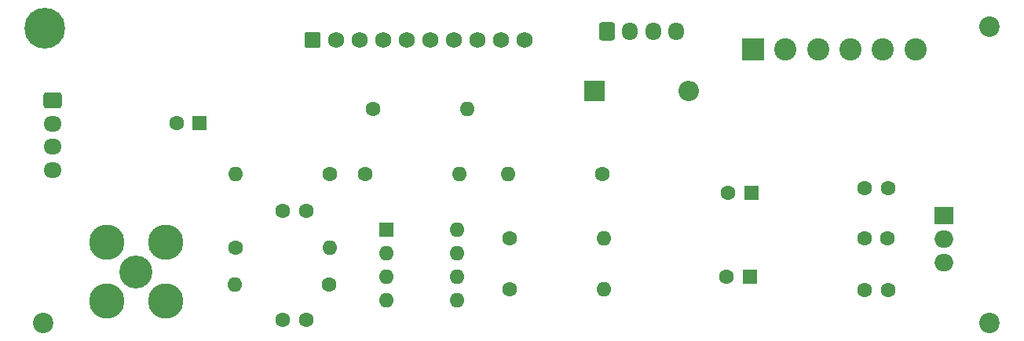
<source format=gbr>
%TF.GenerationSoftware,KiCad,Pcbnew,(6.0.8)*%
%TF.CreationDate,2022-10-21T18:04:50+02:00*%
%TF.ProjectId,VCU,5643552e-6b69-4636-9164-5f7063625858,rev?*%
%TF.SameCoordinates,Original*%
%TF.FileFunction,Soldermask,Bot*%
%TF.FilePolarity,Negative*%
%FSLAX46Y46*%
G04 Gerber Fmt 4.6, Leading zero omitted, Abs format (unit mm)*
G04 Created by KiCad (PCBNEW (6.0.8)) date 2022-10-21 18:04:50*
%MOMM*%
%LPD*%
G01*
G04 APERTURE LIST*
G04 Aperture macros list*
%AMRoundRect*
0 Rectangle with rounded corners*
0 $1 Rounding radius*
0 $2 $3 $4 $5 $6 $7 $8 $9 X,Y pos of 4 corners*
0 Add a 4 corners polygon primitive as box body*
4,1,4,$2,$3,$4,$5,$6,$7,$8,$9,$2,$3,0*
0 Add four circle primitives for the rounded corners*
1,1,$1+$1,$2,$3*
1,1,$1+$1,$4,$5*
1,1,$1+$1,$6,$7*
1,1,$1+$1,$8,$9*
0 Add four rect primitives between the rounded corners*
20,1,$1+$1,$2,$3,$4,$5,0*
20,1,$1+$1,$4,$5,$6,$7,0*
20,1,$1+$1,$6,$7,$8,$9,0*
20,1,$1+$1,$8,$9,$2,$3,0*%
G04 Aperture macros list end*
%ADD10C,1.600000*%
%ADD11R,1.600000X1.600000*%
%ADD12O,1.600000X1.600000*%
%ADD13RoundRect,0.250000X-0.600000X-0.725000X0.600000X-0.725000X0.600000X0.725000X-0.600000X0.725000X0*%
%ADD14O,1.700000X1.950000*%
%ADD15R,2.000000X1.905000*%
%ADD16O,2.000000X1.905000*%
%ADD17C,3.556000*%
%ADD18C,3.810000*%
%ADD19C,2.200000*%
%ADD20R,2.400000X2.400000*%
%ADD21C,2.400000*%
%ADD22R,2.200000X2.200000*%
%ADD23O,2.200000X2.200000*%
%ADD24RoundRect,0.250000X-0.725000X0.600000X-0.725000X-0.600000X0.725000X-0.600000X0.725000X0.600000X0*%
%ADD25O,1.950000X1.700000*%
%ADD26C,4.400000*%
%ADD27RoundRect,0.250000X-0.620000X-0.620000X0.620000X-0.620000X0.620000X0.620000X-0.620000X0.620000X0*%
%ADD28C,1.740000*%
G04 APERTURE END LIST*
D10*
%TO.C,C4*%
X187415000Y-98580000D03*
X184915000Y-98580000D03*
%TD*%
%TO.C,C6*%
X187360000Y-104000000D03*
X184860000Y-104000000D03*
%TD*%
%TO.C,C3*%
X124660000Y-112750000D03*
X122160000Y-112750000D03*
%TD*%
%TO.C,C2*%
X124660000Y-101000000D03*
X122160000Y-101000000D03*
%TD*%
%TO.C,C7*%
X187415000Y-109580000D03*
X184915000Y-109580000D03*
%TD*%
D11*
%TO.C,U1*%
X133360000Y-103000000D03*
D12*
X133360000Y-105540000D03*
X133360000Y-108080000D03*
X133360000Y-110620000D03*
X140980000Y-110620000D03*
X140980000Y-108080000D03*
X140980000Y-105540000D03*
X140980000Y-103000000D03*
%TD*%
D13*
%TO.C,J2*%
X157110000Y-81580000D03*
D14*
X159610000Y-81580000D03*
X162110000Y-81580000D03*
X164610000Y-81580000D03*
%TD*%
D10*
%TO.C,R3*%
X146580000Y-104000000D03*
D12*
X156740000Y-104000000D03*
%TD*%
D15*
%TO.C,U2*%
X193470000Y-101540000D03*
D16*
X193470000Y-104080000D03*
X193470000Y-106620000D03*
%TD*%
D10*
%TO.C,R2*%
X117080000Y-105000000D03*
D12*
X127240000Y-105000000D03*
%TD*%
D17*
%TO.C,J5*%
X106360000Y-107580000D03*
D18*
X103185000Y-110755000D03*
X103185000Y-104405000D03*
X109535000Y-110755000D03*
X109535000Y-104405000D03*
%TD*%
D19*
%TO.C,H3*%
X198360000Y-113080000D03*
%TD*%
D20*
%TO.C,J1*%
X172860000Y-83580000D03*
D21*
X176360000Y-83580000D03*
X179860000Y-83580000D03*
X183360000Y-83580000D03*
X186860000Y-83580000D03*
X190360000Y-83580000D03*
%TD*%
D10*
%TO.C,R6*%
X127160000Y-109000000D03*
D12*
X117000000Y-109000000D03*
%TD*%
D10*
%TO.C,L1*%
X131920000Y-90000000D03*
D12*
X142080000Y-90000000D03*
%TD*%
D10*
%TO.C,R1*%
X131080000Y-97000000D03*
D12*
X141240000Y-97000000D03*
%TD*%
D19*
%TO.C,H2*%
X198360000Y-81080000D03*
%TD*%
D10*
%TO.C,L2*%
X156580000Y-97000000D03*
D12*
X146420000Y-97000000D03*
%TD*%
D11*
%TO.C,C8*%
X172512651Y-108080000D03*
D10*
X170012651Y-108080000D03*
%TD*%
D22*
%TO.C,D1*%
X155780000Y-88080000D03*
D23*
X165940000Y-88080000D03*
%TD*%
D10*
%TO.C,R4*%
X146660000Y-109500000D03*
D12*
X156820000Y-109500000D03*
%TD*%
D19*
%TO.C,H4*%
X96360000Y-113080000D03*
%TD*%
D10*
%TO.C,R5*%
X127240000Y-97000000D03*
D12*
X117080000Y-97000000D03*
%TD*%
D24*
%TO.C,J4*%
X97360000Y-89080000D03*
D25*
X97360000Y-91580000D03*
X97360000Y-94080000D03*
X97360000Y-96580000D03*
%TD*%
D11*
%TO.C,C5*%
X172665302Y-99080000D03*
D10*
X170165302Y-99080000D03*
%TD*%
D11*
%TO.C,C1*%
X113182380Y-91500000D03*
D10*
X110682380Y-91500000D03*
%TD*%
D26*
%TO.C,H1*%
X96500000Y-81250000D03*
%TD*%
D27*
%TO.C,J3*%
X125360000Y-82580000D03*
D28*
X127900000Y-82580000D03*
X130440000Y-82580000D03*
X132980000Y-82580000D03*
X135520000Y-82580000D03*
X138060000Y-82580000D03*
X140600000Y-82580000D03*
X143140000Y-82580000D03*
X145680000Y-82580000D03*
X148220000Y-82580000D03*
%TD*%
M02*

</source>
